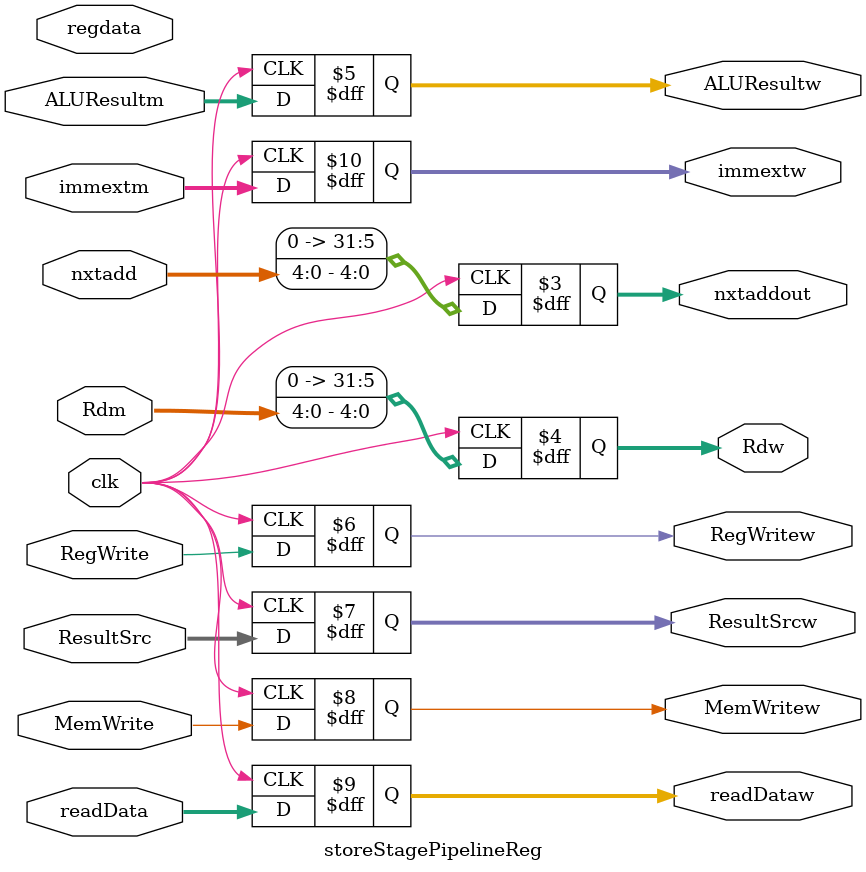
<source format=v>
module storeStage(
input clk,
input reset,
input RegWrite,
input [1:0] ResultSrc, // Control unit inputs
input MemWrite,
input [4:0] Rdm,nxtadd,
input [31:0] ALUResultm,regdata,	 
input [31:0] immext,
output  [4:0]nxtaddout,Rdw,
//output  [31:0] ALUResultw,	 
output  RegWritew,
output  [1:0] ResultSrcw, // Control unit inputs
//output  MemWritew,
output [31:0] ResultW

);
wire [31:0]  readDataw;
wire MemWritew;
wire [31:0] ALUResultw;






/////////////////////////////////////
wire readData;
wire [31:0] immextw;
 DataMemory data_memory_inst (
        .clk(clk),                // Connect your clock input
        .reset(reset),            // Connect your reset input
        .addr(ALUResultm),              // Connect your memory address input
        .writeData(regdata),    // Connect your data to be written to memory
        .memWrite(MemWrite),      // Connect your write enable signal
        .readData(readData)       // Connect your data read from memory
    );
	 
	 
	 storeStagePipelineReg store_stage_pipeline_reg_inst (
        .clk(clk),                  // Connect your clock input
        .RegWrite(RegWrite),        // Connect your RegWrite input
        .ResultSrc(ResultSrc),      // Connect your ResultSrc input
        .MemWrite(MemWrite),        // Connect your MemWrite input
        .Rdm(Rdm),                  // Connect your Rdm input
        .nxtadd(nxtadd),            // Connect your nxtadd input
        .ALUResultm(ALUResultm),    // Connect your ALUResultm input
		  .readData(readData),
		  .immextm(immext),// Connect your regdata input
        .nxtaddout(nxtaddout),      // Connect your nxtaddout output
        .Rdw(Rdw),                  // Connect your Rdw output
        .ALUResultw(ALUResultw),    // Connect your ALUResultw output
        .RegWritew(RegWritew),      // Connect your RegWritew output
        .ResultSrcw(ResultSrcw),    // Connect your ResultSrcw output
        .MemWritew(MemWritew),
		  .readDataw(readDataw),
		  .immextw(immextw)// Connect your MemWritew output
    );

	 mux3choito1 mux1(.A(ALUResultw),
	                  .B (readDataw),
	                 .C(nxtaddout),
						  .D(immextw),
	                  .choice(ResultSrcw),
	                  .data(ResultW));
endmodule
module mux3choito1(
    input [31:0] A,
    input [31:0] B,
   input [4:0] C,
	input [31:0] D,
    input [1:0] choice,
    output reg [31:0] data
);

always @(*)
begin
    case (choice)
        2'b00: data = A;
        2'b01: data = B;
        2'b10:data = {27'd0, C}; 
		  2'b11:data=D;
		 
    endcase
end

endmodule

module DataMemory(
    input clk,            // Clock input
    input reset,          // Reset input
    input [31:0] addr,    // Memory address input
    input [31:0] writeData, // Data to be written to memory
    input memWrite,       // Write enable signal
    output [31:0] readData // Data read from memory
);

// Define memory size and depth
parameter MEM_DEPTH = 32; // Can be changed depending on our requiremnets
parameter MEM_WIDTH = 32;  
integer i;

// Memory array declaration
reg [31:0] memory [31:0];

// Read and write operations
always @(posedge clk or posedge reset ) begin
    if (reset) begin
        for ( i = 0; i < 32; i = i + 1) begin
            memory[i] = 0;
        end
    end 
	 else if (memWrite ==1)
        begin
            memory[addr] = writeData;
       end
	else
        	 memory[addr] = memory[addr] ;
		  
    
end
assign readData = memory[addr];
endmodule





module storeStagePipelineReg(
input clk,
input RegWrite,
input [1:0] ResultSrc, // Control unit inputs
input MemWrite,
input [4:0] Rdm,nxtadd,
input [31:0] ALUResultm,regdata,	 
input [31:0]readData,
input [31:0] immextm,
output reg [31:0]nxtaddout,Rdw,
output reg [31:0] ALUResultw,	 
output reg RegWritew,
output reg [1:0] ResultSrcw, // Control unit inputs
output reg MemWritew,
output reg [31:0]readDataw,
 output reg [31:0] immextw
);
always@(posedge clk)
begin
	nxtaddout<=nxtadd;
	Rdw<=Rdm;
	ALUResultw<=ALUResultm;
	RegWritew<= RegWrite;
	ResultSrcw <= ResultSrc;
	MemWritew <= MemWrite;
	readDataw <= readData;
	immextw<=immextm;
end
endmodule

</source>
